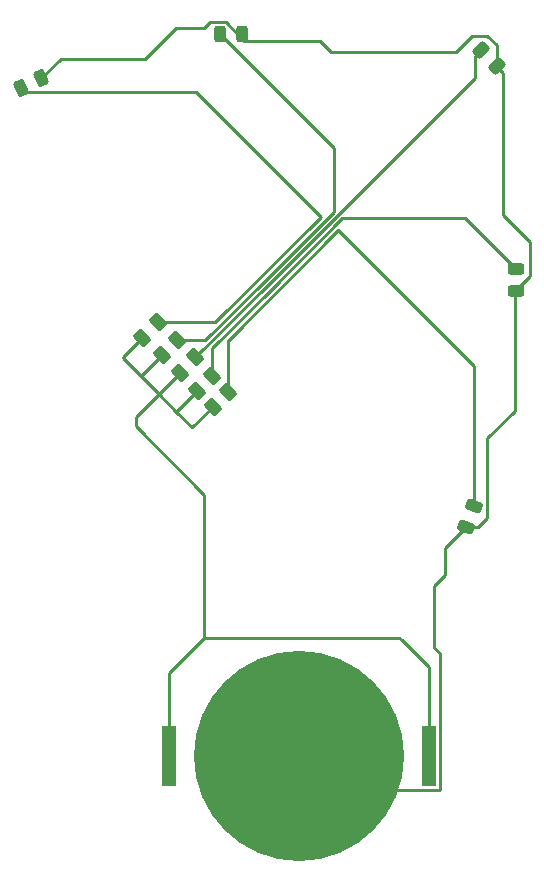
<source format=gbl>
G04 #@! TF.GenerationSoftware,KiCad,Pcbnew,(6.0.10-0)*
G04 #@! TF.CreationDate,2023-09-19T21:25:39+02:00*
G04 #@! TF.ProjectId,SwiftLeeds,53776966-744c-4656-9564-732e6b696361,rev?*
G04 #@! TF.SameCoordinates,Original*
G04 #@! TF.FileFunction,Copper,L2,Bot*
G04 #@! TF.FilePolarity,Positive*
%FSLAX46Y46*%
G04 Gerber Fmt 4.6, Leading zero omitted, Abs format (unit mm)*
G04 Created by KiCad (PCBNEW (6.0.10-0)) date 2023-09-19 21:25:39*
%MOMM*%
%LPD*%
G01*
G04 APERTURE LIST*
G04 Aperture macros list*
%AMRoundRect*
0 Rectangle with rounded corners*
0 $1 Rounding radius*
0 $2 $3 $4 $5 $6 $7 $8 $9 X,Y pos of 4 corners*
0 Add a 4 corners polygon primitive as box body*
4,1,4,$2,$3,$4,$5,$6,$7,$8,$9,$2,$3,0*
0 Add four circle primitives for the rounded corners*
1,1,$1+$1,$2,$3*
1,1,$1+$1,$4,$5*
1,1,$1+$1,$6,$7*
1,1,$1+$1,$8,$9*
0 Add four rect primitives between the rounded corners*
20,1,$1+$1,$2,$3,$4,$5,0*
20,1,$1+$1,$4,$5,$6,$7,0*
20,1,$1+$1,$6,$7,$8,$9,0*
20,1,$1+$1,$8,$9,$2,$3,0*%
G04 Aperture macros list end*
G04 #@! TA.AperFunction,SMDPad,CuDef*
%ADD10RoundRect,0.250000X-0.132583X0.503814X-0.503814X0.132583X0.132583X-0.503814X0.503814X-0.132583X0*%
G04 #@! TD*
G04 #@! TA.AperFunction,SMDPad,CuDef*
%ADD11RoundRect,0.243750X-0.345367X0.385097X-0.512102X-0.073003X0.345367X-0.385097X0.512102X0.073003X0*%
G04 #@! TD*
G04 #@! TA.AperFunction,SMDPad,CuDef*
%ADD12RoundRect,0.243750X-0.028093X-0.516516X0.413732X-0.310490X0.028093X0.516516X-0.413732X0.310490X0*%
G04 #@! TD*
G04 #@! TA.AperFunction,SMDPad,CuDef*
%ADD13RoundRect,0.243750X-0.243750X-0.456250X0.243750X-0.456250X0.243750X0.456250X-0.243750X0.456250X0*%
G04 #@! TD*
G04 #@! TA.AperFunction,SMDPad,CuDef*
%ADD14R,1.270000X5.080000*%
G04 #@! TD*
G04 #@! TA.AperFunction,SMDPad,CuDef*
%ADD15C,17.800000*%
G04 #@! TD*
G04 #@! TA.AperFunction,SMDPad,CuDef*
%ADD16RoundRect,0.243750X-0.494975X-0.150260X-0.150260X-0.494975X0.494975X0.150260X0.150260X0.494975X0*%
G04 #@! TD*
G04 #@! TA.AperFunction,SMDPad,CuDef*
%ADD17RoundRect,0.243750X-0.456250X0.243750X-0.456250X-0.243750X0.456250X-0.243750X0.456250X0.243750X0*%
G04 #@! TD*
G04 #@! TA.AperFunction,Conductor*
%ADD18C,0.250000*%
G04 #@! TD*
G04 APERTURE END LIST*
D10*
X138830470Y-69909530D03*
X137540000Y-71200000D03*
X141620470Y-72799530D03*
X140330000Y-74090000D03*
D11*
X161779356Y-84240962D03*
X162420644Y-82479038D03*
D10*
X140280470Y-71439530D03*
X138990000Y-72730000D03*
D12*
X125747785Y-46286883D03*
X124048457Y-47079293D03*
D13*
X142797500Y-42550000D03*
X140922500Y-42550000D03*
D10*
X135630470Y-66929530D03*
X134340000Y-68220000D03*
D14*
X136635000Y-103640000D03*
X158605000Y-103640000D03*
D15*
X147620000Y-103640000D03*
D16*
X164382913Y-45212913D03*
X163057087Y-43887087D03*
D17*
X165970000Y-64317500D03*
X165970000Y-62442500D03*
D10*
X137290470Y-68439530D03*
X136000000Y-69730000D03*
D18*
X165870000Y-74430000D02*
X163547771Y-76752229D01*
X163547771Y-83462229D02*
X162769038Y-84240962D01*
X164382913Y-43492913D02*
X164382913Y-45312913D01*
X163547771Y-76752229D02*
X163547771Y-83462229D01*
X159940000Y-86080318D02*
X159940000Y-88330000D01*
X150290000Y-44040000D02*
X160870000Y-44040000D01*
X164382913Y-45312913D02*
X164880000Y-45810000D01*
X163560000Y-42670000D02*
X164382913Y-43492913D01*
X134580000Y-44600000D02*
X137170000Y-42010000D01*
X167170000Y-63017500D02*
X165870000Y-64317500D01*
X125747785Y-46286883D02*
X127434668Y-44600000D01*
X165870000Y-64317500D02*
X165870000Y-74430000D01*
X162240000Y-42670000D02*
X163560000Y-42670000D01*
X141401834Y-41525000D02*
X142976834Y-43100000D01*
X159565000Y-106505000D02*
X150485000Y-106505000D01*
X167170000Y-60110000D02*
X167170000Y-63017500D01*
X140065000Y-41525000D02*
X141401834Y-41525000D01*
X161779356Y-84240962D02*
X159940000Y-86080318D01*
X159940000Y-88330000D02*
X159000000Y-89270000D01*
X159000000Y-94440000D02*
X159565000Y-95005000D01*
X160870000Y-44040000D02*
X162240000Y-42670000D01*
X142976834Y-43100000D02*
X149350000Y-43100000D01*
X139580000Y-42010000D02*
X140065000Y-41525000D01*
X127434668Y-44600000D02*
X134580000Y-44600000D01*
X162769038Y-84240962D02*
X161779356Y-84240962D01*
X159565000Y-95005000D02*
X159565000Y-106505000D01*
X150485000Y-106505000D02*
X147620000Y-103640000D01*
X164880000Y-45810000D02*
X164880000Y-57820000D01*
X164880000Y-57820000D02*
X167170000Y-60110000D01*
X149350000Y-43100000D02*
X150290000Y-44040000D01*
X159000000Y-89270000D02*
X159000000Y-94440000D01*
X137170000Y-42010000D02*
X139580000Y-42010000D01*
X150900000Y-59140000D02*
X162420644Y-70660644D01*
X141647678Y-68392322D02*
X150900000Y-59140000D01*
X141620470Y-68392322D02*
X141647678Y-68392322D01*
X141620470Y-72799530D02*
X141620470Y-68392322D01*
X162420644Y-70660644D02*
X162420644Y-82479038D01*
X134240235Y-71489765D02*
X134230235Y-71489765D01*
X140300000Y-74090000D02*
X138565235Y-75824765D01*
X137235235Y-74494765D02*
X138565235Y-75824765D01*
X158605000Y-96145000D02*
X156305000Y-93845000D01*
X135735235Y-73004765D02*
X133790000Y-74950000D01*
X156110000Y-93650000D02*
X156305000Y-93845000D01*
X134340000Y-68220000D02*
X132705235Y-69854765D01*
X140330000Y-74090000D02*
X140300000Y-74090000D01*
X132675235Y-69934765D02*
X132705235Y-69964765D01*
X158605000Y-103640000D02*
X158605000Y-96145000D01*
X139600000Y-81520000D02*
X139600000Y-93650000D01*
X137540000Y-71200000D02*
X137530000Y-71200000D01*
X132705235Y-69964765D02*
X134230235Y-71489765D01*
X136000000Y-69730000D02*
X134240235Y-71489765D01*
X133790000Y-74950000D02*
X133790000Y-75710000D01*
X135735235Y-72994765D02*
X137235235Y-74494765D01*
X134230235Y-71489765D02*
X135735235Y-72994765D01*
X133790000Y-75710000D02*
X139600000Y-81520000D01*
X136635000Y-103640000D02*
X136635000Y-96615000D01*
X137530000Y-71200000D02*
X135735235Y-72994765D01*
X132705235Y-69854765D02*
X132705235Y-69964765D01*
X138990000Y-72730000D02*
X138990000Y-72740000D01*
X139600000Y-93650000D02*
X156110000Y-93650000D01*
X135735235Y-72994765D02*
X135735235Y-73004765D01*
X138990000Y-72740000D02*
X137235235Y-74494765D01*
X136635000Y-96615000D02*
X139600000Y-93650000D01*
X135630470Y-66929530D02*
X140537678Y-66929530D01*
X138910000Y-47460000D02*
X124429164Y-47460000D01*
X140537678Y-66929530D02*
X149458604Y-58008604D01*
X124429164Y-47460000D02*
X124048457Y-47079293D01*
X149458604Y-58008604D02*
X138910000Y-47460000D01*
X150546802Y-52174302D02*
X140922500Y-42550000D01*
X150546802Y-57556802D02*
X150546802Y-52174302D01*
X139664074Y-68439530D02*
X144526802Y-63576802D01*
X144526802Y-63576802D02*
X150546802Y-57556802D01*
X137290470Y-68439530D02*
X139664074Y-68439530D01*
X162490000Y-44454174D02*
X163057087Y-43887087D01*
X138830470Y-69909530D02*
X145030000Y-63710000D01*
X162490000Y-46260000D02*
X162490000Y-44454174D01*
X145040000Y-63710000D02*
X162490000Y-46260000D01*
X145030000Y-63710000D02*
X145040000Y-63710000D01*
X161650698Y-58123198D02*
X165970000Y-62442500D01*
X151263198Y-58123198D02*
X161650698Y-58123198D01*
X145203198Y-64173198D02*
X145213198Y-64173198D01*
X145203198Y-64173198D02*
X145208198Y-64168198D01*
X145213198Y-64173198D02*
X151263198Y-58123198D01*
X140280470Y-71439530D02*
X140280470Y-69095926D01*
X140280470Y-69095926D02*
X145203198Y-64173198D01*
M02*

</source>
